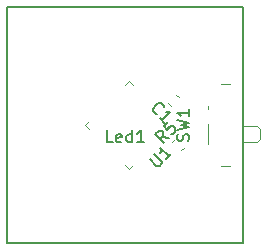
<source format=gbr>
G04 #@! TF.GenerationSoftware,KiCad,Pcbnew,5.1.6-c6e7f7d~87~ubuntu19.10.1*
G04 #@! TF.CreationDate,2020-11-06T01:06:48+01:00*
G04 #@! TF.ProjectId,board_attiny48_88,626f6172-645f-4617-9474-696e7934385f,rev?*
G04 #@! TF.SameCoordinates,Original*
G04 #@! TF.FileFunction,Legend,Top*
G04 #@! TF.FilePolarity,Positive*
%FSLAX46Y46*%
G04 Gerber Fmt 4.6, Leading zero omitted, Abs format (unit mm)*
G04 Created by KiCad (PCBNEW 5.1.6-c6e7f7d~87~ubuntu19.10.1) date 2020-11-06 01:06:48*
%MOMM*%
%LPD*%
G01*
G04 APERTURE LIST*
%ADD10C,0.120000*%
%ADD11C,0.150000*%
G04 APERTURE END LIST*
D10*
X80484822Y-46389276D02*
X80820697Y-46053400D01*
X73438503Y-46053400D02*
X73774378Y-46389276D01*
X73774378Y-45717524D02*
X73438503Y-46053400D01*
X77129600Y-42362303D02*
X77465476Y-42698178D01*
X76793724Y-42698178D02*
X77129600Y-42362303D01*
X77129600Y-49744497D02*
X76793724Y-49408622D01*
X77465476Y-49408622D02*
X77129600Y-49744497D01*
X81550402Y-48203847D02*
X81792611Y-47961638D01*
X80829153Y-47482598D02*
X81071362Y-47240389D01*
D11*
X82847700Y-56050200D02*
X66847700Y-56050200D01*
X66847700Y-56050200D02*
X66847700Y-36050200D01*
X66847700Y-36050200D02*
X86847700Y-36050200D01*
X86847700Y-36050200D02*
X86847700Y-56050200D01*
X86847700Y-56050200D02*
X82847700Y-56050200D01*
D10*
X83859600Y-44653400D02*
X83859600Y-44453400D01*
X87999600Y-47453400D02*
X88209600Y-47253400D01*
X87999600Y-46153400D02*
X88209600Y-46353400D01*
X86709600Y-47453400D02*
X87999600Y-47453400D01*
X88209600Y-47253400D02*
X88209600Y-46353400D01*
X87999600Y-46153400D02*
X86709600Y-46153400D01*
X86709600Y-48903400D02*
X86709600Y-43203400D01*
X83859600Y-47653400D02*
X83859600Y-45953400D01*
X84909600Y-49503400D02*
X85699600Y-49503400D01*
X85699600Y-42603400D02*
X84909600Y-42603400D01*
X81411329Y-43713880D02*
X81169120Y-43471671D01*
X80690080Y-44435129D02*
X80447871Y-44192920D01*
D11*
X78904774Y-48906070D02*
X79477194Y-49478490D01*
X79578209Y-49512162D01*
X79645553Y-49512162D01*
X79746568Y-49478490D01*
X79881255Y-49343803D01*
X79914927Y-49242788D01*
X79914927Y-49175444D01*
X79881255Y-49074429D01*
X79308835Y-48502009D01*
X80723049Y-48502009D02*
X80318988Y-48906070D01*
X80521018Y-48704040D02*
X79813912Y-47996933D01*
X79847583Y-48165292D01*
X79847583Y-48299979D01*
X79813912Y-48400994D01*
X80501749Y-47148687D02*
X79929329Y-47047672D01*
X80097688Y-47552748D02*
X79390581Y-46845642D01*
X79659955Y-46576267D01*
X79760970Y-46542596D01*
X79828314Y-46542596D01*
X79929329Y-46576267D01*
X80030344Y-46677283D01*
X80064016Y-46778298D01*
X80064016Y-46845642D01*
X80030344Y-46946657D01*
X79760970Y-47216031D01*
X80434406Y-45801817D02*
X80097688Y-46138535D01*
X80400734Y-46508924D01*
X80400734Y-46441580D01*
X80434406Y-46340565D01*
X80602764Y-46172206D01*
X80703780Y-46138535D01*
X80771123Y-46138535D01*
X80872138Y-46172206D01*
X81040497Y-46340565D01*
X81074169Y-46441580D01*
X81074169Y-46508924D01*
X81040497Y-46609939D01*
X80872138Y-46778298D01*
X80771123Y-46811970D01*
X80703780Y-46811970D01*
X75800080Y-47502580D02*
X75323890Y-47502580D01*
X75323890Y-46502580D01*
X76514366Y-47454961D02*
X76419128Y-47502580D01*
X76228652Y-47502580D01*
X76133414Y-47454961D01*
X76085795Y-47359723D01*
X76085795Y-46978771D01*
X76133414Y-46883533D01*
X76228652Y-46835914D01*
X76419128Y-46835914D01*
X76514366Y-46883533D01*
X76561985Y-46978771D01*
X76561985Y-47074009D01*
X76085795Y-47169247D01*
X77419128Y-47502580D02*
X77419128Y-46502580D01*
X77419128Y-47454961D02*
X77323890Y-47502580D01*
X77133414Y-47502580D01*
X77038176Y-47454961D01*
X76990557Y-47407342D01*
X76942938Y-47312104D01*
X76942938Y-47026390D01*
X76990557Y-46931152D01*
X77038176Y-46883533D01*
X77133414Y-46835914D01*
X77323890Y-46835914D01*
X77419128Y-46883533D01*
X78419128Y-47502580D02*
X77847700Y-47502580D01*
X78133414Y-47502580D02*
X78133414Y-46502580D01*
X78038176Y-46645438D01*
X77942938Y-46740676D01*
X77847700Y-46788295D01*
X82184361Y-47386733D02*
X82231980Y-47243876D01*
X82231980Y-47005780D01*
X82184361Y-46910542D01*
X82136742Y-46862923D01*
X82041504Y-46815304D01*
X81946266Y-46815304D01*
X81851028Y-46862923D01*
X81803409Y-46910542D01*
X81755790Y-47005780D01*
X81708171Y-47196257D01*
X81660552Y-47291495D01*
X81612933Y-47339114D01*
X81517695Y-47386733D01*
X81422457Y-47386733D01*
X81327219Y-47339114D01*
X81279600Y-47291495D01*
X81231980Y-47196257D01*
X81231980Y-46958161D01*
X81279600Y-46815304D01*
X81231980Y-46481971D02*
X82231980Y-46243876D01*
X81517695Y-46053400D01*
X82231980Y-45862923D01*
X81231980Y-45624828D01*
X82231980Y-44720066D02*
X82231980Y-45291495D01*
X82231980Y-45005780D02*
X81231980Y-45005780D01*
X81374838Y-45101019D01*
X81470076Y-45196257D01*
X81517695Y-45291495D01*
X79548047Y-45099250D02*
X79480704Y-45099250D01*
X79346017Y-45031906D01*
X79278673Y-44964563D01*
X79211330Y-44829875D01*
X79211330Y-44695188D01*
X79245001Y-44594173D01*
X79346017Y-44425814D01*
X79447032Y-44324799D01*
X79615391Y-44223784D01*
X79716406Y-44190112D01*
X79851093Y-44190112D01*
X79985780Y-44257456D01*
X80053124Y-44324799D01*
X80120467Y-44459486D01*
X80120467Y-44526830D01*
X80154139Y-45840028D02*
X79750078Y-45435967D01*
X79952108Y-45637998D02*
X80659215Y-44930891D01*
X80490856Y-44964563D01*
X80356169Y-44964563D01*
X80255154Y-44930891D01*
M02*

</source>
